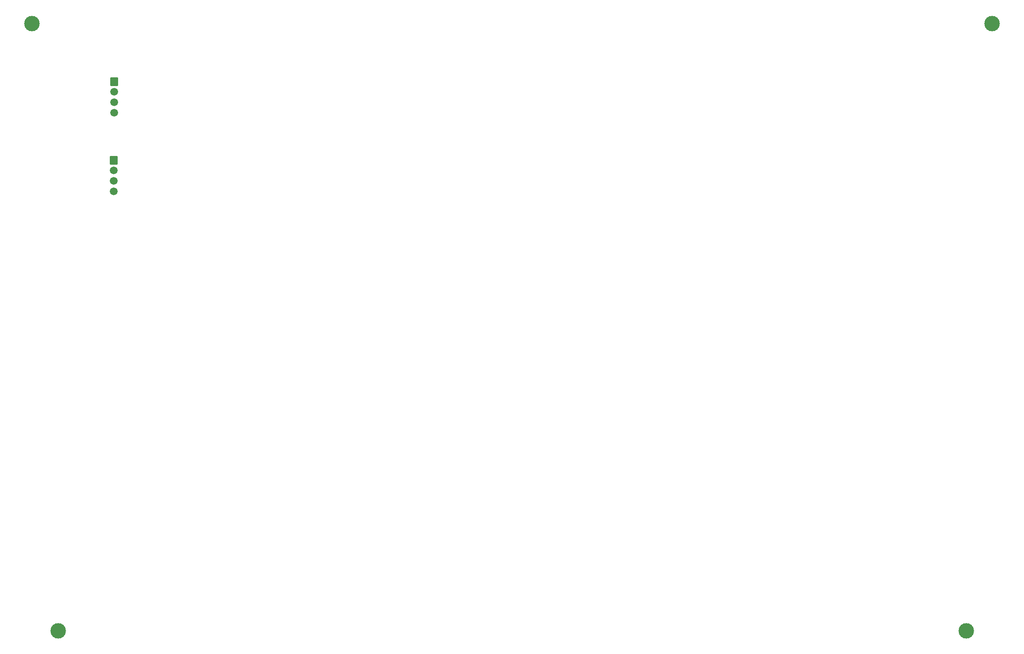
<source format=gbs>
G04 Layer: BottomSolderMaskLayer*
G04 EasyEDA v6.5.29, 2023-07-19 20:11:26*
G04 d82c07e130dc4937808a739b57af0cf3,5a6b42c53f6a479593ecc07194224c93,10*
G04 Gerber Generator version 0.2*
G04 Scale: 100 percent, Rotated: No, Reflected: No *
G04 Dimensions in millimeters *
G04 leading zeros omitted , absolute positions ,4 integer and 5 decimal *
%FSLAX45Y45*%
%MOMM*%

%AMMACRO1*1,1,$1,$2,$3*1,1,$1,$4,$5*1,1,$1,0-$2,0-$3*1,1,$1,0-$4,0-$5*20,1,$1,$2,$3,$4,$5,0*20,1,$1,$4,$5,0-$2,0-$3,0*20,1,$1,0-$2,0-$3,0-$4,0-$5,0*20,1,$1,0-$4,0-$5,$2,$3,0*4,1,4,$2,$3,$4,$5,0-$2,0-$3,0-$4,0-$5,$2,$3,0*%
%ADD10C,1.5016*%
%ADD11MACRO1,0.1016X-0.7X0.762X-0.7X-0.762*%
%ADD12C,3.0000*%

%LPD*%
D10*
G01*
X2628900Y10571200D03*
G01*
X2628900Y10771200D03*
G01*
X2628900Y10971199D03*
D11*
G01*
X2628900Y11171199D03*
D10*
G01*
X2616200Y9047200D03*
G01*
X2616200Y9247200D03*
G01*
X2616200Y9447199D03*
D11*
G01*
X2616200Y9647199D03*
D12*
G01*
X1038097Y12297999D03*
G01*
X19617100Y12297999D03*
G01*
X1538097Y529000D03*
G01*
X19117101Y529000D03*
M02*

</source>
